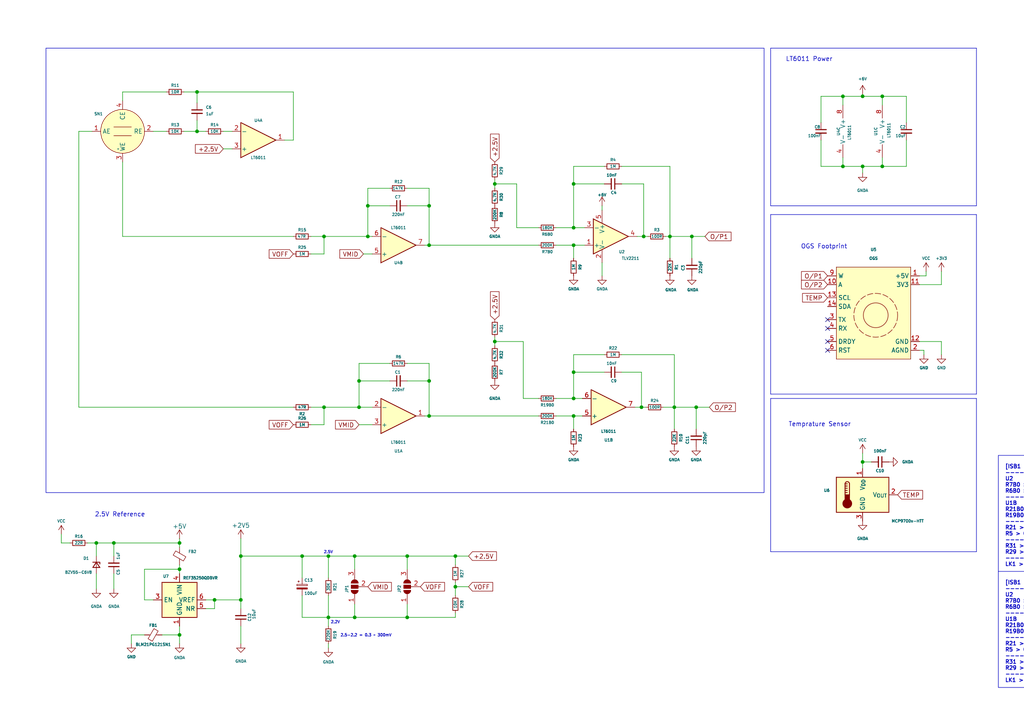
<source format=kicad_sch>
(kicad_sch (version 20250114) (generator "eeschema") (generator_version "9.0")
  (paper "A4")
  (title_block (title "OGS_Board") (date "2024-09-09") (rev "1") (company "Oizom Instruments Private Limited") (comment 1 "H2S / CO / SO2"))
  (lib_symbols
    (symbol "Amplifier_Operational:LM358" (pin_names (offset 0.127))
      (property "Reference" "U" (at 0 5.08 0))
      (property "Value" "LM358" (at 0 -5.08 0))
      (symbol "LM358_1_1"
        (polyline (pts (xy -5.08 5.08) (xy 5.08 0) (xy -5.08 -5.08) (xy -5.08 5.08)) (stroke (width 0.254)) (fill (type background)))
        (pin input line (at -7.62 2.54 0) (length 2.54) (name "+") (number "3"))
        (pin input line (at -7.62 -2.54 0) (length 2.54) (name "-") (number "2"))
        (pin output line (at 7.62 0 180) (length 2.54) (name "~") (number "1"))
      )
      (symbol "LM358_2_1"
        (polyline (pts (xy -5.08 5.08) (xy 5.08 0) (xy -5.08 -5.08) (xy -5.08 5.08)) (stroke (width 0.254)) (fill (type background)))
        (pin input line (at -7.62 2.54 0) (length 2.54) (name "+") (number "5"))
        (pin input line (at -7.62 -2.54 0) (length 2.54) (name "-") (number "6"))
        (pin output line (at 7.62 0 180) (length 2.54) (name "~") (number "7"))
      )
      (symbol "LM358_3_1"
        (pin power_in line (at -2.54 7.62 270) (length 3.81) (name "V+") (number "8"))
        (pin power_in line (at -2.54 -7.62 90) (length 3.81) (name "V-") (number "4"))
      )
    )
    (symbol "Device:C_Polarized_Small" (pin_numbers (hide yes)) (pin_names (offset 0.254) (hide yes))
      (property "Reference" "C" (at 0.254 1.778 0))
      (property "Value" "C_Polarized_Small" (at 0.254 -2.032 0))
      (symbol "C_Polarized_Small_0_1"
        (rectangle (start -1.524 0.6858) (end 1.524 0.3048))
        (rectangle (start -1.524 -0.3048) (end 1.524 -0.6858) (fill (type outline)))
        (polyline (pts (xy -1.27 1.524) (xy -0.762 1.524)))
        (polyline (pts (xy -1.016 1.27) (xy -1.016 1.778)))
      )
      (symbol "C_Polarized_Small_1_1"
        (pin passive line (at 0 2.54 270) (length 1.8542) (name "~") (number "1"))
        (pin passive line (at 0 -2.54 90) (length 1.8542) (name "~") (number "2"))
      )
    )
    (symbol "Device:C_Small" (pin_numbers (hide yes)) (pin_names (offset 0.254) (hide yes))
      (property "Reference" "C" (at 0.254 1.778 0))
      (property "Value" "C_Small" (at 0.254 -2.032 0))
      (symbol "C_Small_0_1"
        (polyline (pts (xy -1.524 0.508) (xy 1.524 0.508)) (stroke (width 0.3048)))
        (polyline (pts (xy -1.524 -0.508) (xy 1.524 -0.508)) (stroke (width 0.3302)))
      )
      (symbol "C_Small_1_1"
        (pin passive line (at 0 2.54 270) (length 2.032) (name "~") (number "1"))
        (pin passive line (at 0 -2.54 90) (length 2.032) (name "~") (number "2"))
      )
    )
    (symbol "Device:D_Zener_Small" (pin_numbers (hide yes)) (pin_names (offset 0.254) (hide yes))
      (property "Reference" "D" (at 0 2.286 0))
      (property "Value" "D_Zener_Small" (at 0 -2.286 0))
      (symbol "D_Zener_Small_0_1"
        (polyline (pts (xy -0.254 1.016) (xy -0.762 1.016) (xy -0.762 -1.016)) (stroke (width 0.254)))
        (polyline (pts (xy 0.762 1.016) (xy -0.762 0) (xy 0.762 -1.016) (xy 0.762 1.016)) (stroke (width 0.254)))
        (polyline (pts (xy 0.762 0) (xy -0.762 0)))
      )
      (symbol "D_Zener_Small_1_1"
        (pin passive line (at -2.54 0 0) (length 1.778) (name "K") (number "1"))
        (pin passive line (at 2.54 0 180) (length 1.778) (name "A") (number "2"))
      )
    )
    (symbol "Device:FerriteBead_Small" (pin_numbers (hide yes)) (pin_names (offset 0))
      (property "Reference" "FB" (at 1.905 1.27 0))
      (property "Value" "FerriteBead_Small" (at 1.905 -1.27 0))
      (symbol "FerriteBead_Small_0_1"
        (polyline (pts (xy -1.8288 0.2794) (xy -1.1176 1.4986) (xy 1.8288 -0.2032) (xy 1.1176 -1.4224) (xy -1.8288 0.2794)))
        (polyline (pts (xy 0 0.889) (xy 0 1.2954)))
        (polyline (pts (xy 0 -1.27) (xy 0 -0.7874)))
      )
      (symbol "FerriteBead_Small_1_1"
        (pin passive line (at 0 2.54 270) (length 1.27) (name "~") (number "1"))
        (pin passive line (at 0 -2.54 90) (length 1.27) (name "~") (number "2"))
      )
    )
    (symbol "Device:R_Small" (pin_numbers (hide yes)) (pin_names (offset 0.254) (hide yes))
      (property "Reference" "R" (at 0.762 0.508 0))
      (property "Value" "R_Small" (at 0.762 -1.016 0))
      (symbol "R_Small_0_1"
        (rectangle (start -0.762 1.778) (end 0.762 -1.778) (stroke (width 0.2032)))
      )
      (symbol "R_Small_1_1"
        (pin passive line (at 0 2.54 270) (length 0.762) (name "~") (number "1"))
        (pin passive line (at 0 -2.54 90) (length 0.762) (name "~") (number "2"))
      )
    )
    (symbol "Jumper:SolderJumper_3_Open" (pin_names (offset 0) (hide yes)) (in_bom no)
      (property "Reference" "JP" (at -2.54 -2.54 0))
      (property "Value" "SolderJumper_3_Open" (at 0 2.794 0))
      (symbol "SolderJumper_3_Open_0_1"
        (polyline (pts (xy -2.54 0) (xy -2.032 0)))
        (polyline (pts (xy -1.016 1.016) (xy -1.016 -1.016)))
        (arc (start -1.016 -1.016) (mid -2.0276 0) (end -1.016 1.016))
        (arc (start -1.016 -1.016) (mid -2.0276 0) (end -1.016 1.016) (fill (type outline)))
        (rectangle (start -0.508 1.016) (end 0.508 -1.016) (fill (type outline)))
        (polyline (pts (xy 0 -1.27) (xy 0 -1.016)))
        (arc (start 1.016 1.016) (mid 2.0276 0) (end 1.016 -1.016))
        (arc (start 1.016 1.016) (mid 2.0276 0) (end 1.016 -1.016) (fill (type outline)))
        (polyline (pts (xy 1.016 1.016) (xy 1.016 -1.016)))
        (polyline (pts (xy 2.54 0) (xy 2.032 0)))
      )
      (symbol "SolderJumper_3_Open_1_1"
        (pin passive line (at -5.08 0 0) (length 2.54) (name "A") (number "1"))
        (pin passive line (at 0 -3.81 90) (length 2.54) (name "C") (number "2"))
        (pin passive line (at 5.08 0 180) (length 2.54) (name "B") (number "3"))
      )
    )
    (symbol "OGS_BASE_LIB:OGSB_PIN"
      (property "Reference" "U" (at -10.16 16.51 0))
      (property "Value" "OGS" (at 7.62 -12.7 0))
      (symbol "OGSB_PIN_1_1"
        (rectangle (start -11.43 15.24) (end 10.16 -11.43) (fill (type background)))
        (circle (center 0 1.27) (radius 3.5921))
        (circle (center 0 1.27) (radius 6.35) (stroke (width 0) (type dash)))
        (pin input line (at -13.97 12.7 0) (length 2.54) (name "W") (number "9"))
        (pin input line (at -13.97 10.16 0) (length 2.54) (name "A") (number "10"))
        (pin input line (at -13.97 6.35 0) (length 2.54) (name "SCL") (number "13"))
        (pin input line (at -13.97 3.81 0) (length 2.54) (name "SDA") (number "14"))
        (pin input line (at -13.97 0 0) (length 2.54) (name "TX") (number "3"))
        (pin input line (at -13.97 -2.54 0) (length 2.54) (name "RX") (number "4"))
        (pin input line (at -13.97 -6.35 0) (length 2.54) (name "DRDY") (number "5"))
        (pin input line (at -13.97 -8.89 0) (length 2.54) (name "RST") (number "6"))
        (pin input line (at 12.7 12.7 180) (length 2.54) (name "+5V") (number "1"))
        (pin input line (at 12.7 12.7 180) (length 2.54) (hide yes) (name "+5V") (number "7"))
        (pin input line (at 12.7 10.16 180) (length 2.54) (name "3V3") (number "11"))
        (pin input line (at 12.7 -6.35 180) (length 2.54) (name "GND") (number "12"))
        (pin input line (at 12.7 -8.89 180) (length 2.54) (name "AGND") (number "2"))
        (pin input line (at 12.7 -8.89 180) (length 2.54) (hide yes) (name "GND") (number "8"))
      )
    )
    (symbol "OIZOM_GAS_SESNOR:Alphasense-B4"
      (property "Reference" "SN1" (at -7.62 -6.985 0))
      (property "Value" "~" (at -1.27 -5.08 0))
      (symbol "Alphasense-B4_0_1"
        (polyline (pts (xy -2.54 1.27) (xy 2.54 1.27)))
        (polyline (pts (xy -2.54 -1.27) (xy 2.54 -1.27)))
      )
      (symbol "Alphasense-B4_1_1"
        (circle (center 0 0) (radius 6.35) (fill (type background)))
        (pin output line (at -8.89 0 0) (length 2.54) (name "AE") (number "1"))
        (pin input line (at 0 8.89 270) (length 2.54) (name "CE") (number "4"))
        (pin output line (at 0 -8.89 90) (length 2.54) (name "WE") (number "3"))
        (pin input line (at 8.89 0 180) (length 2.54) (name "RE") (number "2"))
      )
    )
    (symbol "Operational-Amplifiers:TLV2211" (pin_names (offset 0.127))
      (property "Reference" "U2" (at 5.08 6.35 0))
      (property "Value" "TLV2211" (at 5.08 4.445 0))
      (symbol "TLV2211_0_1"
        (polyline (pts (xy -5.08 5.08) (xy 5.08 0) (xy -5.08 -5.08) (xy -5.08 5.08)) (stroke (width 0.254)) (fill (type background)))
        (pin power_in line (at -2.54 7.62 270) (length 3.81) (name "V+") (number "5"))
        (pin power_in line (at -2.54 -7.62 90) (length 3.81) (name "V-") (number "2"))
      )
      (symbol "TLV2211_1_1"
        (pin input line (at -7.62 2.54 0) (length 2.54) (name "-") (number "3"))
        (pin input line (at -7.62 -2.54 0) (length 2.54) (name "+") (number "1"))
        (pin output line (at 7.62 0 180) (length 2.54) (name "~") (number "4"))
      )
    )
    (symbol "Reference_Voltage:REF35250QDBVR"
      (property "Reference" "U" (at 3.81 6.35 0))
      (property "Value" "REF35250QDBVR" (at 8.636 -6.35 0))
      (symbol "REF35250QDBVR_1_1"
        (rectangle (start -5.08 5.08) (end 5.08 -5.08) (stroke (width 0.254)) (fill (type background)))
        (pin input line (at -7.62 0 0) (length 2.54) (name "EN") (number "3"))
        (pin power_in line (at 0 7.62 270) (length 2.54) (name "VIN") (number "4"))
        (pin power_in line (at 0 -7.62 90) (length 2.54) (name "GND") (number "1"))
        (pin passive line (at 0 -7.62 90) (length 2.54) (hide yes) (name "GND") (number "2"))
        (pin power_out line (at 7.62 0 180) (length 2.54) (name "VREF") (number "6"))
        (pin output line (at 7.62 -2.54 180) (length 2.54) (name "NR") (number "5"))
      )
    )
    (symbol "Sensor_Temperature:MCP9700x-HTT"
      (property "Reference" "U" (at -6.35 6.35 0))
      (property "Value" "MCP9700x-HTT" (at 1.27 6.35 0))
      (symbol "MCP9700x-HTT_0_1"
        (rectangle (start -7.62 5.08) (end 7.62 -5.08) (stroke (width 0.254)) (fill (type background)))
        (polyline (pts (xy -5.08 3.175) (xy -5.08 0)) (stroke (width 0.254)))
        (polyline (pts (xy -5.08 3.175) (xy -4.445 3.175)) (stroke (width 0.254)))
        (polyline (pts (xy -5.08 2.54) (xy -4.445 2.54)) (stroke (width 0.254)))
        (polyline (pts (xy -5.08 1.905) (xy -4.445 1.905)) (stroke (width 0.254)))
        (polyline (pts (xy -5.08 1.27) (xy -4.445 1.27)) (stroke (width 0.254)))
        (polyline (pts (xy -5.08 0.635) (xy -4.445 0.635)) (stroke (width 0.254)))
        (arc (start -5.08 3.175) (mid -4.445 3.8073) (end -3.81 3.175) (stroke (width 0.254)))
        (circle (center -4.445 -2.54) (radius 1.27) (stroke (width 0.254)) (fill (type outline)))
        (polyline (pts (xy -3.81 3.175) (xy -3.81 0)) (stroke (width 0.254)))
        (rectangle (start -3.81 -1.905) (end -5.08 0) (stroke (width 0.254)) (fill (type outline)))
      )
      (symbol "MCP9700x-HTT_1_1"
        (pin power_in line (at 0 7.62 270) (length 2.54) (name "V_{DD}") (number "1"))
        (pin power_in line (at 0 -7.62 90) (length 2.54) (name "GND") (number "3"))
        (pin output line (at 10.16 0 180) (length 2.54) (name "V_{OUT}") (number "2"))
      )
    )
    (symbol "power:+2V5" (power) (pin_numbers (hide yes)) (pin_names (offset 0) (hide yes))
      (property "Value" "+2V5" (at 0 3.556 0))
      (symbol "+2V5_0_1"
        (polyline (pts (xy -0.762 1.27) (xy 0 2.54)))
        (polyline (pts (xy 0 2.54) (xy 0.762 1.27)))
        (polyline (pts (xy 0 0) (xy 0 2.54)))
      )
      (symbol "+2V5_1_1"
        (pin power_in line (at 0 0 90) (length 0) (name "~") (number "1"))
      )
    )
    (symbol "power:+3V3" (power) (pin_names (offset 0))
      (property "Value" "+3V3" (at 0 3.556 0))
      (symbol "+3V3_0_1"
        (polyline (pts (xy -0.762 1.27) (xy 0 2.54)))
        (polyline (pts (xy 0 2.54) (xy 0.762 1.27)))
        (polyline (pts (xy 0 0) (xy 0 2.54)))
      )
      (symbol "+3V3_1_1"
        (pin power_in line (at 0 0 90) (length 0) (hide yes) (name "+3V3") (number "1"))
      )
    )
    (symbol "power:+5V" (power) (pin_numbers (hide yes)) (pin_names (offset 0) (hide yes))
      (property "Value" "+5V" (at 0 3.556 0))
      (symbol "+5V_0_1"
        (polyline (pts (xy -0.762 1.27) (xy 0 2.54)))
        (polyline (pts (xy 0 2.54) (xy 0.762 1.27)))
        (polyline (pts (xy 0 0) (xy 0 2.54)))
      )
      (symbol "+5V_1_1"
        (pin power_in line (at 0 0 90) (length 0) (name "~") (number "1"))
      )
    )
    (symbol "power:+6V" (power) (pin_names (offset 0))
      (property "Value" "+6V" (at 0 3.556 0))
      (symbol "+6V_0_1"
        (polyline (pts (xy -0.762 1.27) (xy 0 2.54)))
        (polyline (pts (xy 0 2.54) (xy 0.762 1.27)))
        (polyline (pts (xy 0 0) (xy 0 2.54)))
      )
      (symbol "+6V_1_1"
        (pin power_in line (at 0 0 90) (length 0) (hide yes) (name "+6V") (number "1"))
      )
    )
    (symbol "power:GND" (power) (pin_names (offset 0))
      (property "Value" "GND" (at 0 -3.81 0))
      (symbol "GND_0_1"
        (polyline (pts (xy 0 0) (xy 0 -1.27) (xy 1.27 -1.27) (xy 0 -2.54) (xy -1.27 -1.27) (xy 0 -1.27)))
      )
      (symbol "GND_1_1"
        (pin power_in line (at 0 0 270) (length 0) (hide yes) (name "GND") (number "1"))
      )
    )
    (symbol "power:GNDA" (power) (pin_names (offset 0))
      (property "Value" "GNDA" (at 0 -3.81 0))
      (symbol "GNDA_0_1"
        (polyline (pts (xy 0 0) (xy 0 -1.27) (xy 1.27 -1.27) (xy 0 -2.54) (xy -1.27 -1.27) (xy 0 -1.27)))
      )
      (symbol "GNDA_1_1"
        (pin power_in line (at 0 0 270) (length 0) (hide yes) (name "GNDA") (number "1"))
      )
    )
    (symbol "power:VCC" (power) (pin_names (offset 0))
      (property "Value" "VCC" (at 0 3.81 0))
      (symbol "VCC_0_1"
        (polyline (pts (xy -0.762 1.27) (xy 0 2.54)))
        (polyline (pts (xy 0 2.54) (xy 0.762 1.27)))
        (polyline (pts (xy 0 0) (xy 0 2.54)))
      )
      (symbol "VCC_1_1"
        (pin power_in line (at 0 0 90) (length 0) (hide yes) (name "VCC") (number "1"))
      )
    )
  )
  (rectangle (start 289.56 132.08) (end 348.615 199.39))
  (rectangle (start 13.335 13.97) (end 221.615 142.875))
  (text "OGS Footprint" (at 239.014 71.628 0) (effects (font (size 1.27 1.27))))
  (text "Temprature Sensor" (at 237.744 123.19 0) (effects (font (size 1.27 1.27))))
  (text "[ISB2 | A2]\n----------\nU2\nR7A0 > 150K\nR6A0 > 200K\n----------\nU1B\nR21A0 > 150K\nR19A0 > 200K\n----------\nR21 > 30K\nR5 > 0R\n----------\nR31 > 1.5K\nR29 > 1.5K\n----------\nLK1 > A | LK2 > A" (at 322.58 163.83 0) (effects (font (size 1.1 1.1) (thickness 0.22) (bold yes)) (justify left bottom)))
  (text "LT6011 Power" (at 234.696 17.272 0) (effects (font (size 1.27 1.27))))
  (text "2.5V" (at 95.25 160.274 0) (effects (font (size 0.8 0.8))))
  (text "[ISB1 | A1]\n-----------\nSO2 | H2S | CO" (at 333.375 180.975 0) (effects (font (size 2 2) (thickness 0.25))))
  (text "2.2V" (at 97.282 180.594 0) (effects (font (size 0.8 0.8))))
  (text "2.5V Reference" (at 34.798 149.352 0) (effects (font (size 1.27 1.27))))
  (text "2.5-2.2 = 0.3 ~ 300mV" (at 106.172 184.404 0) (effects (font (size 0.8 0.8))))
  (text "[ISB1 | A1]\n----------\nU2\nR7B0 > 200K\nR6B0 > 180K\n----------\nU1B\nR21B0 > 200K\nR19B0 > 180K\n----------\nR21 > 30K\nR5 > 0R\n----------\nR31 > 4.7K\nR29 > 4.7K\n----------\nLK1 > A | LK2 > A" (at 291.465 164.465 0) (effects (font (size 1.1 1.1) (thickness 0.22) (bold yes)) (justify left bottom)))
  (text "[ISB1 | A1]\n----------\nU2\nR7B0 > 200K\nR6B0 > 180K\n----------\nU1B\nR21B0 > 200K\nR19B0 > 180K\n----------\nR21 > 33K\nR5 > 0R\n----------\nR31 > 4.7K\nR29 > 4.7K\n----------\nLK1 > A | LK2 > B" (at 291.465 198.12 0) (effects (font (size 1.1 1.1) (thickness 0.22) (bold yes)) (justify left bottom)))
  (junction (at 69.85 161.29))
  (junction (at 102.87 161.29))
  (junction (at 57.15 38.1))
  (junction (at 143.51 53.34))
  (junction (at 118.11 161.29))
  (junction (at 52.07 184.15))
  (junction (at 124.46 120.65))
  (junction (at 194.31 68.58))
  (junction (at 166.37 115.57))
  (junction (at 124.46 59.69))
  (junction (at 27.94 157.48))
  (junction (at 106.68 59.69))
  (junction (at 69.85 173.99))
  (junction (at 143.51 99.06))
  (junction (at 93.98 68.58))
  (junction (at 186.69 68.58))
  (junction (at 201.93 118.11))
  (junction (at 87.63 161.29))
  (junction (at 104.14 110.49))
  (junction (at 124.46 71.12))
  (junction (at 132.08 161.29))
  (junction (at 102.87 179.07))
  (junction (at 118.11 179.07))
  (junction (at 52.07 165.1))
  (junction (at 95.25 161.29))
  (junction (at 166.37 120.65))
  (junction (at 57.15 26.67))
  (junction (at 33.02 157.48))
  (junction (at 104.14 118.11))
  (junction (at 166.37 53.34))
  (junction (at 95.25 179.07))
  (junction (at 255.905 48.26))
  (junction (at 195.58 118.11))
  (junction (at 244.475 27.94))
  (junction (at 255.905 27.94))
  (junction (at 132.08 170.18))
  (junction (at 250.19 133.985))
  (junction (at 166.37 66.04))
  (junction (at 93.98 118.11))
  (junction (at 166.37 107.95))
  (junction (at 124.46 110.49))
  (junction (at 200.66 68.58))
  (junction (at 186.055 118.11))
  (junction (at 52.07 157.48))
  (junction (at 250.19 48.26))
  (junction (at 106.68 68.58))
  (junction (at 250.19 27.94))
  (junction (at 244.475 48.26))
  (junction (at 62.23 173.99))
  (junction (at 166.37 71.12))
  (no_connect (at 240.03 95.25))
  (no_connect (at 240.03 92.71))
  (no_connect (at 240.03 101.6))
  (no_connect (at 240.03 99.06))
  (wire (pts (xy 262.89 35.56) (xy 262.89 27.94)))
  (wire (pts (xy 57.15 26.67) (xy 85.09 26.67)))
  (wire (pts (xy 35.56 26.67) (xy 35.56 29.21)))
  (wire (pts (xy 180.34 102.87) (xy 195.58 102.87)))
  (wire (pts (xy 166.37 120.65) (xy 168.91 120.65)))
  (wire (pts (xy 143.51 53.34) (xy 143.51 54.61)))
  (wire (pts (xy 64.77 43.18) (xy 67.31 43.18)))
  (wire (pts (xy 161.29 115.57) (xy 166.37 115.57)))
  (wire (pts (xy 186.055 107.95) (xy 186.055 118.11)))
  (wire (pts (xy 69.85 161.29) (xy 87.63 161.29)))
  (polyline (pts (xy 283.21 13.97) (xy 283.21 59.69)))
  (wire (pts (xy 52.07 163.83) (xy 52.07 165.1)))
  (wire (pts (xy 268.605 80.01) (xy 266.7 80.01)))
  (wire (pts (xy 53.34 26.67) (xy 57.15 26.67)))
  (wire (pts (xy 238.125 40.64) (xy 238.125 48.26)))
  (wire (pts (xy 41.91 184.15) (xy 38.1 184.15)))
  (wire (pts (xy 118.11 161.29) (xy 118.11 165.1)))
  (polyline (pts (xy 223.52 13.97) (xy 283.21 13.97)))
  (wire (pts (xy 132.08 170.18) (xy 135.89 170.18)))
  (polyline (pts (xy 223.52 13.97) (xy 223.52 59.69)))
  (polyline (pts (xy 283.21 114.3) (xy 223.52 114.3)))
  (wire (pts (xy 174.625 59.69) (xy 174.625 60.96)))
  (polyline (pts (xy 223.52 115.57) (xy 223.52 160.02)))
  (wire (pts (xy 262.89 27.94) (xy 255.905 27.94)))
  (wire (pts (xy 195.58 118.11) (xy 195.58 124.46)))
  (wire (pts (xy 27.94 157.48) (xy 27.94 161.29)))
  (wire (pts (xy 250.19 131.445) (xy 250.19 133.985)))
  (wire (pts (xy 17.78 157.48) (xy 20.32 157.48)))
  (wire (pts (xy 118.11 59.69) (xy 124.46 59.69)))
  (wire (pts (xy 255.905 30.48) (xy 255.905 27.94)))
  (wire (pts (xy 268.605 78.74) (xy 268.605 80.01)))
  (wire (pts (xy 64.77 38.1) (xy 67.31 38.1)))
  (wire (pts (xy 166.37 71.12) (xy 169.545 71.12)))
  (wire (pts (xy 85.09 118.11) (xy 22.86 118.11)))
  (wire (pts (xy 93.98 118.11) (xy 104.14 118.11)))
  (wire (pts (xy 201.93 118.11) (xy 205.74 118.11)))
  (wire (pts (xy 194.31 68.58) (xy 193.04 68.58)))
  (wire (pts (xy 44.45 38.1) (xy 48.26 38.1)))
  (wire (pts (xy 95.25 167.64) (xy 95.25 161.29)))
  (polyline (pts (xy 318.135 132.08) (xy 318.135 199.39)))
  (wire (pts (xy 104.14 110.49) (xy 104.14 118.11)))
  (wire (pts (xy 90.17 118.11) (xy 93.98 118.11)))
  (wire (pts (xy 33.02 157.48) (xy 33.02 161.29)))
  (wire (pts (xy 238.125 27.94) (xy 244.475 27.94)))
  (wire (pts (xy 118.11 110.49) (xy 124.46 110.49)))
  (polyline (pts (xy 223.52 62.23) (xy 223.52 114.3)))
  (wire (pts (xy 255.905 48.26) (xy 255.905 45.72)))
  (wire (pts (xy 124.46 71.12) (xy 156.21 71.12)))
  (wire (pts (xy 175.26 48.26) (xy 166.37 48.26)))
  (wire (pts (xy 93.98 68.58) (xy 106.68 68.58)))
  (wire (pts (xy 143.51 99.06) (xy 143.51 100.33)))
  (wire (pts (xy 95.25 179.07) (xy 95.25 181.61)))
  (wire (pts (xy 52.07 165.1) (xy 52.07 166.37)))
  (wire (pts (xy 90.17 123.19) (xy 93.98 123.19)))
  (wire (pts (xy 87.63 172.72) (xy 87.63 179.07)))
  (wire (pts (xy 113.03 105.41) (xy 104.14 105.41)))
  (wire (pts (xy 104.14 118.11) (xy 107.95 118.11)))
  (polyline (pts (xy 283.21 62.23) (xy 283.21 114.3)))
  (wire (pts (xy 166.37 71.12) (xy 166.37 74.93)))
  (wire (pts (xy 27.94 166.37) (xy 27.94 170.815)))
  (wire (pts (xy 93.98 73.66) (xy 93.98 68.58)))
  (wire (pts (xy 22.86 118.11) (xy 22.86 38.1)))
  (wire (pts (xy 57.15 34.925) (xy 57.15 38.1)))
  (wire (pts (xy 244.475 48.26) (xy 238.125 48.26)))
  (wire (pts (xy 161.29 66.04) (xy 166.37 66.04)))
  (wire (pts (xy 195.58 118.11) (xy 192.405 118.11)))
  (wire (pts (xy 266.7 101.6) (xy 267.97 101.6)))
  (wire (pts (xy 250.19 27.305) (xy 250.19 27.94)))
  (wire (pts (xy 102.87 175.26) (xy 102.87 179.07)))
  (wire (pts (xy 118.11 175.26) (xy 118.11 179.07)))
  (wire (pts (xy 195.58 102.87) (xy 195.58 118.11)))
  (wire (pts (xy 201.93 124.46) (xy 201.93 118.11)))
  (wire (pts (xy 124.46 105.41) (xy 124.46 110.49)))
  (wire (pts (xy 82.55 40.64) (xy 85.09 40.64)))
  (wire (pts (xy 124.46 110.49) (xy 124.46 120.65)))
  (wire (pts (xy 33.02 157.48) (xy 52.07 157.48)))
  (wire (pts (xy 35.56 26.67) (xy 48.26 26.67)))
  (wire (pts (xy 166.37 107.95) (xy 166.37 115.57)))
  (wire (pts (xy 273.05 82.55) (xy 266.7 82.55)))
  (wire (pts (xy 143.51 99.06) (xy 151.765 99.06)))
  (wire (pts (xy 95.25 186.69) (xy 95.25 187.96)))
  (wire (pts (xy 69.85 181.61) (xy 69.85 186.69)))
  (wire (pts (xy 118.11 105.41) (xy 124.46 105.41)))
  (wire (pts (xy 151.765 115.57) (xy 156.21 115.57)))
  (polyline (pts (xy 223.52 115.57) (xy 283.21 115.57)))
  (wire (pts (xy 250.19 27.94) (xy 255.905 27.94)))
  (polyline (pts (xy 283.21 160.02) (xy 223.52 160.02)))
  (wire (pts (xy 195.58 118.11) (xy 201.93 118.11)))
  (wire (pts (xy 90.17 73.66) (xy 93.98 73.66)))
  (wire (pts (xy 62.23 173.99) (xy 69.85 173.99)))
  (wire (pts (xy 33.02 166.37) (xy 33.02 170.815)))
  (wire (pts (xy 104.14 123.19) (xy 107.95 123.19)))
  (wire (pts (xy 95.25 161.29) (xy 87.63 161.29)))
  (wire (pts (xy 273.05 78.74) (xy 273.05 82.55)))
  (wire (pts (xy 166.37 66.04) (xy 169.545 66.04)))
  (wire (pts (xy 267.97 101.6) (xy 267.97 102.87)))
  (wire (pts (xy 180.34 53.34) (xy 186.69 53.34)))
  (wire (pts (xy 118.11 54.61) (xy 124.46 54.61)))
  (wire (pts (xy 105.41 73.66) (xy 107.95 73.66)))
  (wire (pts (xy 69.85 161.29) (xy 69.85 173.99)))
  (wire (pts (xy 184.15 118.11) (xy 186.055 118.11)))
  (wire (pts (xy 53.34 38.1) (xy 57.15 38.1)))
  (wire (pts (xy 143.51 53.34) (xy 149.86 53.34)))
  (wire (pts (xy 250.19 48.26) (xy 250.19 50.165)))
  (wire (pts (xy 106.68 59.69) (xy 113.03 59.69)))
  (wire (pts (xy 113.03 54.61) (xy 106.68 54.61)))
  (wire (pts (xy 44.45 173.99) (xy 41.91 173.99)))
  (wire (pts (xy 161.29 71.12) (xy 166.37 71.12)))
  (wire (pts (xy 62.23 173.99) (xy 59.69 173.99)))
  (wire (pts (xy 124.46 59.69) (xy 124.46 71.12)))
  (wire (pts (xy 102.87 161.29) (xy 102.87 165.1)))
  (wire (pts (xy 123.19 120.65) (xy 124.46 120.65)))
  (wire (pts (xy 273.05 102.87) (xy 273.05 99.06)))
  (wire (pts (xy 149.86 66.04) (xy 156.21 66.04)))
  (wire (pts (xy 194.31 68.58) (xy 194.31 74.93)))
  (wire (pts (xy 174.625 76.2) (xy 174.625 80.01)))
  (wire (pts (xy 124.46 54.61) (xy 124.46 59.69)))
  (wire (pts (xy 166.37 107.95) (xy 175.26 107.95)))
  (wire (pts (xy 166.37 102.87) (xy 166.37 107.95)))
  (wire (pts (xy 93.98 123.19) (xy 93.98 118.11)))
  (wire (pts (xy 57.15 38.1) (xy 59.69 38.1)))
  (wire (pts (xy 132.08 170.18) (xy 132.08 172.72)))
  (wire (pts (xy 46.99 184.15) (xy 52.07 184.15)))
  (wire (pts (xy 104.14 105.41) (xy 104.14 110.49)))
  (wire (pts (xy 69.85 173.99) (xy 69.85 176.53)))
  (wire (pts (xy 132.08 168.91) (xy 132.08 170.18)))
  (wire (pts (xy 132.08 163.83) (xy 132.08 161.29)))
  (wire (pts (xy 184.785 68.58) (xy 186.69 68.58)))
  (wire (pts (xy 262.89 48.26) (xy 255.905 48.26)))
  (wire (pts (xy 175.26 102.87) (xy 166.37 102.87)))
  (wire (pts (xy 250.19 133.985) (xy 250.19 135.89)))
  (wire (pts (xy 166.37 120.65) (xy 166.37 124.46)))
  (wire (pts (xy 266.7 99.06) (xy 273.05 99.06)))
  (wire (pts (xy 244.475 45.72) (xy 244.475 48.26)))
  (wire (pts (xy 85.09 68.58) (xy 35.56 68.58)))
  (wire (pts (xy 52.07 157.48) (xy 52.07 158.75)))
  (wire (pts (xy 52.07 184.15) (xy 52.07 186.69)))
  (wire (pts (xy 17.78 154.94) (xy 17.78 157.48)))
  (wire (pts (xy 69.85 156.21) (xy 69.85 161.29)))
  (wire (pts (xy 149.86 53.34) (xy 149.86 66.04)))
  (wire (pts (xy 143.51 97.79) (xy 143.51 99.06)))
  (wire (pts (xy 104.14 110.49) (xy 113.03 110.49)))
  (wire (pts (xy 132.08 177.8) (xy 132.08 179.07)))
  (polyline (pts (xy 283.21 115.57) (xy 283.21 160.02)))
  (wire (pts (xy 27.94 157.48) (xy 33.02 157.48)))
  (wire (pts (xy 62.23 176.53) (xy 62.23 173.99)))
  (wire (pts (xy 262.89 40.64) (xy 262.89 48.26)))
  (wire (pts (xy 95.25 172.72) (xy 95.25 179.07)))
  (wire (pts (xy 244.475 27.94) (xy 250.19 27.94)))
  (wire (pts (xy 186.055 118.11) (xy 187.325 118.11)))
  (wire (pts (xy 106.68 59.69) (xy 106.68 68.58)))
  (wire (pts (xy 90.17 68.58) (xy 93.98 68.58)))
  (polyline (pts (xy 283.21 59.69) (xy 223.52 59.69)))
  (wire (pts (xy 87.63 179.07) (xy 95.25 179.07)))
  (wire (pts (xy 166.37 53.34) (xy 175.26 53.34)))
  (wire (pts (xy 102.87 179.07) (xy 118.11 179.07)))
  (wire (pts (xy 132.08 161.29) (xy 135.89 161.29)))
  (wire (pts (xy 244.475 48.26) (xy 250.19 48.26)))
  (wire (pts (xy 87.63 167.64) (xy 87.63 161.29)))
  (wire (pts (xy 118.11 179.07) (xy 132.08 179.07)))
  (wire (pts (xy 52.07 156.21) (xy 52.07 157.48)))
  (polyline (pts (xy 223.52 62.23) (xy 283.21 62.23)))
  (wire (pts (xy 151.765 99.06) (xy 151.765 115.57)))
  (wire (pts (xy 180.34 48.26) (xy 194.31 48.26)))
  (wire (pts (xy 123.19 71.12) (xy 124.46 71.12)))
  (wire (pts (xy 161.29 120.65) (xy 166.37 120.65)))
  (wire (pts (xy 166.37 48.26) (xy 166.37 53.34)))
  (wire (pts (xy 95.25 179.07) (xy 102.87 179.07)))
  (wire (pts (xy 124.46 120.65) (xy 156.21 120.65)))
  (polyline (pts (xy 289.56 165.735) (xy 348.615 165.735)))
  (wire (pts (xy 118.11 161.29) (xy 132.08 161.29)))
  (wire (pts (xy 238.125 27.94) (xy 238.125 35.56)))
  (wire (pts (xy 102.87 161.29) (xy 118.11 161.29)))
  (wire (pts (xy 186.69 68.58) (xy 187.96 68.58)))
  (wire (pts (xy 52.07 181.61) (xy 52.07 184.15)))
  (wire (pts (xy 22.86 38.1) (xy 26.67 38.1)))
  (wire (pts (xy 57.15 26.67) (xy 57.15 29.845)))
  (wire (pts (xy 38.1 184.15) (xy 38.1 186.69)))
  (wire (pts (xy 200.66 68.58) (xy 204.47 68.58)))
  (wire (pts (xy 25.4 157.48) (xy 27.94 157.48)))
  (wire (pts (xy 200.66 74.93) (xy 200.66 68.58)))
  (wire (pts (xy 166.37 53.34) (xy 166.37 66.04)))
  (wire (pts (xy 186.69 53.34) (xy 186.69 68.58)))
  (wire (pts (xy 106.68 54.61) (xy 106.68 59.69)))
  (wire (pts (xy 194.31 48.26) (xy 194.31 68.58)))
  (wire (pts (xy 106.68 68.58) (xy 107.95 68.58)))
  (wire (pts (xy 41.91 173.99) (xy 41.91 165.1)))
  (wire (pts (xy 180.34 107.95) (xy 186.055 107.95)))
  (wire (pts (xy 166.37 115.57) (xy 168.91 115.57)))
  (wire (pts (xy 41.91 165.1) (xy 52.07 165.1)))
  (wire (pts (xy 35.56 68.58) (xy 35.56 46.99)))
  (wire (pts (xy 59.69 176.53) (xy 62.23 176.53)))
  (wire (pts (xy 85.09 40.64) (xy 85.09 26.67)))
  (wire (pts (xy 194.31 68.58) (xy 200.66 68.58)))
  (wire (pts (xy 244.475 27.94) (xy 244.475 30.48)))
  (wire (pts (xy 95.25 161.29) (xy 102.87 161.29)))
  (wire (pts (xy 143.51 52.07) (xy 143.51 53.34)))
  (wire (pts (xy 250.19 133.985) (xy 252.73 133.985)))
  (wire (pts (xy 250.19 48.26) (xy 255.905 48.26)))
  (global_label "TEMP" (shape input) (at 260.35 143.51 0) (property "Intersheetrefs" "${INTERSHEET_REFS}" (effects (hide yes))))
  (global_label "VMID" (shape input) (at 104.14 123.19 180) (property "Intersheetrefs" "${INTERSHEET_REFS}" (effects (hide yes))))
  (global_label "+2.5V" (shape input) (at 143.51 92.71 90) (property "Intersheetrefs" "${INTERSHEET_REFS}" (effects (hide yes))))
  (global_label "VOFF" (shape input) (at 85.09 123.19 180) (property "Intersheetrefs" "${INTERSHEET_REFS}" (effects (hide yes))))
  (global_label "VMID" (shape input) (at 106.68 170.18 0) (property "Intersheetrefs" "${INTERSHEET_REFS}" (effects (hide yes))))
  (global_label "O{slash}P2" (shape input) (at 240.03 82.55 180) (property "Intersheetrefs" "${INTERSHEET_REFS}" (effects (hide yes))))
  (global_label "+2.5V" (shape input) (at 135.89 161.29 0) (property "Intersheetrefs" "${INTERSHEET_REFS}" (effects (hide yes))))
  (global_label "O{slash}P1" (shape input) (at 240.03 80.01 180) (property "Intersheetrefs" "${INTERSHEET_REFS}" (effects (hide yes))))
  (global_label "O{slash}P2" (shape input) (at 205.74 118.11 0) (property "Intersheetrefs" "${INTERSHEET_REFS}" (effects (hide yes))))
  (global_label "O{slash}P1" (shape input) (at 204.47 68.58 0) (property "Intersheetrefs" "${INTERSHEET_REFS}" (effects (hide yes))))
  (global_label "VOFF" (shape input) (at 121.92 170.18 0) (property "Intersheetrefs" "${INTERSHEET_REFS}" (effects (hide yes))))
  (global_label "+2.5V" (shape input) (at 64.77 43.18 180) (property "Intersheetrefs" "${INTERSHEET_REFS}" (effects (hide yes))))
  (global_label "VMID" (shape input) (at 105.41 73.66 180) (property "Intersheetrefs" "${INTERSHEET_REFS}" (effects (hide yes))))
  (global_label "VOFF" (shape input) (at 85.09 73.66 180) (property "Intersheetrefs" "${INTERSHEET_REFS}" (effects (hide yes))))
  (global_label "+2.5V" (shape input) (at 143.51 46.99 90) (property "Intersheetrefs" "${INTERSHEET_REFS}" (effects (hide yes))))
  (global_label "TEMP" (shape input) (at 240.03 86.36 180) (property "Intersheetrefs" "${INTERSHEET_REFS}" (effects (hide yes))))
  (global_label "VOFF" (shape input) (at 135.89 170.18 0) (property "Intersheetrefs" "${INTERSHEET_REFS}" (effects (hide yes))))
  (symbol (lib_id "power:GNDA") (at 166.37 129.54 0) (unit 1)
    (property "Reference" "#PWR04" (effects (hide yes)))
    (property "Value" "GNDA" (at 166.37 133.35 0) (effects (font (size 0.8 0.8))))
  )
  (symbol (lib_id "Device:C_Small") (at 238.125 38.1 0) (unit 1)
    (property "Reference" "C8" (at 236.22 36.83 0) (effects (font (size 0.8 0.8)) (justify left)))
    (property "Value" "100nF" (at 234.315 39.37 0) (effects (font (size 0.8 0.8)) (justify left)))
    (property "Footprint" "Capacitor_SMD:C_0603_1608Metric" (effects (hide yes)))
  )
  (symbol (lib_id "Device:R_Small") (at 143.51 107.95 0) (unit 1)
    (property "Reference" "R7" (at 145.415 107.95 90) (effects (font (size 0.8 0.8))))
    (property "Value" "200K" (at 143.51 107.95 90) (effects (font (size 0.8 0.8))))
    (property "Footprint" "Resistor_SMD:R_0603_1608Metric" (effects (hide yes)))
  )
  (symbol (lib_id "Device:R_Small") (at 158.75 66.04 270) (unit 1)
    (property "Reference" "R6B0" (at 158.75 67.945 90) (effects (font (size 0.8 0.8))))
    (property "Value" "180K" (at 158.75 66.04 90) (effects (font (size 0.8 0.8))))
    (property "Footprint" "Resistor_SMD:R_0603_1608Metric" (effects (hide yes)))
  )
  (symbol (lib_id "power:GNDA") (at 257.81 133.985 90) (unit 1)
    (property "Reference" "#PWR025" (effects (hide yes)))
    (property "Value" "GNDA" (at 261.62 133.9849 90) (effects (font (size 0.8 0.8)) (justify right)))
  )
  (symbol (lib_id "power:GNDA") (at 166.37 80.01 0) (unit 1)
    (property "Reference" "#PWR08" (effects (hide yes)))
    (property "Value" "GNDA" (at 166.37 83.82 0) (effects (font (size 0.8 0.8))))
  )
  (symbol (lib_id "Device:R_Small") (at 166.37 127 0) (unit 1)
    (property "Reference" "R23" (at 168.275 127 90) (effects (font (size 0.8 0.8))))
    (property "Value" "1M" (at 166.37 127 90) (effects (font (size 0.8 0.8))))
    (property "Footprint" "Resistor_SMD:R_0603_1608Metric" (effects (hide yes)))
  )
  (symbol (lib_id "Device:R_Small") (at 194.31 77.47 0) (unit 1)
    (property "Reference" "R1" (at 196.215 77.47 90) (effects (font (size 0.8 0.8))))
    (property "Value" "22K" (at 194.31 77.47 90) (effects (font (size 0.8 0.8))))
    (property "Footprint" "Resistor_SMD:R_0603_1608Metric" (effects (hide yes)))
  )
  (symbol (lib_id "Device:R_Small") (at 143.51 49.53 0) (unit 1)
    (property "Reference" "R29" (at 145.415 49.53 90) (effects (font (size 0.8 0.8))))
    (property "Value" "4.7K" (at 143.51 49.53 90) (effects (font (size 0.8 0.8))))
    (property "Footprint" "Resistor_SMD:R_0603_1608Metric" (effects (hide yes)))
  )
  (symbol (lib_id "Device:R_Small") (at 22.86 157.48 90) (unit 1)
    (property "Reference" "R16" (at 22.86 155.575 90) (effects (font (size 0.8 0.8))))
    (property "Value" "22R" (at 22.86 157.48 90) (effects (font (size 0.8 0.8))))
    (property "Footprint" "Resistor_SMD:R_0603_1608Metric" (effects (hide yes)))
  )
  (symbol (lib_id "Amplifier_Operational:LM358") (at 176.53 118.11 0) (mirror x) (unit 2)
    (property "Reference" "U1" (at 176.53 127.635 0) (effects (font (size 0.8 0.8))))
    (property "Value" "LT6011" (at 176.53 125.095 0) (effects (font (size 0.8 0.8))))
    (property "Footprint" "Package_SO:SOIC-8_3.9x4.9mm_P1.27mm" (effects (hide yes)))
    (property "Datasheet" "https://www.analog.com/media/en/technical-documentation/data-sheets/60112fc.pdf" (effects (hide yes)))
  )
  (symbol (lib_id "Device:R_Small") (at 95.25 170.18 0) (unit 1)
    (property "Reference" "R21" (at 97.155 170.18 90) (effects (font (size 0.8 0.8))))
    (property "Value" "30K" (at 95.25 170.18 90) (effects (font (size 0.8 0.8))))
    (property "Footprint" "Resistor_SMD:R_0603_1608Metric" (effects (hide yes)))
  )
  (symbol (lib_id "Device:C_Small") (at 69.85 179.07 180) (unit 1)
    (property "Reference" "C12" (at 72.39 177.8 90) (effects (font (size 0.8 0.8)) (justify left)))
    (property "Value" "10uF" (at 73.66 176.53 90) (effects (font (size 0.8 0.8)) (justify left)))
    (property "Footprint" "Capacitor_SMD:C_0603_1608Metric" (effects (hide yes)))
  )
  (symbol (lib_id "Device:R_Small") (at 132.08 175.26 0) (unit 1)
    (property "Reference" "R28" (at 133.985 175.26 90) (effects (font (size 0.8 0.8))))
    (property "Value" "10K" (at 132.08 175.26 90) (effects (font (size 0.8 0.8))))
    (property "Footprint" "Resistor_SMD:R_0603_1608Metric" (effects (hide yes)))
  )
  (symbol (lib_id "Device:R_Small") (at 143.51 57.15 0) (unit 1)
    (property "Reference" "R30" (at 145.415 57.15 90) (effects (font (size 0.8 0.8))))
    (property "Value" "4.7K" (at 143.51 57.15 90) (effects (font (size 0.8 0.8))))
    (property "Footprint" "Resistor_SMD:R_0603_1608Metric" (effects (hide yes)))
  )
  (symbol (lib_id "Device:C_Small") (at 201.93 127 180) (unit 1)
    (property "Reference" "C11" (at 199.39 126.365 90) (effects (font (size 0.8 0.8)) (justify left)))
    (property "Value" "220pF" (at 204.47 125.095 90) (effects (font (size 0.8 0.8)) (justify left)))
    (property "Footprint" "Capacitor_SMD:C_0603_1608Metric" (effects (hide yes)))
  )
  (symbol (lib_id "Device:C_Small") (at 200.66 77.47 180) (unit 1)
    (property "Reference" "C3" (at 198.12 76.835 90) (effects (font (size 0.8 0.8)) (justify left)))
    (property "Value" "220pF" (at 203.2 75.565 90) (effects (font (size 0.8 0.8)) (justify left)))
    (property "Footprint" "Capacitor_SMD:C_0603_1608Metric" (effects (hide yes)))
  )
  (symbol (lib_id "Device:C_Polarized_Small") (at 87.63 170.18 0) (unit 1)
    (property "Reference" "C13" (at 88.265 168.275 0) (effects (font (size 0.8 0.8)) (justify left)))
    (property "Value" "100uF" (at 88.265 172.085 0) (effects (font (size 0.8 0.8)) (justify left)))
    (property "Footprint" "Capacitor_Tantalum_SMD:CP_EIA-3528-12_Kemet-T" (effects (hide yes)))
  )
  (symbol (lib_id "power:GNDA") (at 143.51 64.77 0) (unit 1)
    (property "Reference" "#PWR07" (effects (hide yes)))
    (property "Value" "GNDA" (at 143.51 68.58 0) (effects (font (size 0.8 0.8))))
  )
  (symbol (lib_id "Device:R_Small") (at 87.63 68.58 90) (unit 1)
    (property "Reference" "R15" (at 87.63 66.675 90) (effects (font (size 0.8 0.8))))
    (property "Value" "47R" (at 87.503 68.58 90) (effects (font (size 0.8 0.8))))
    (property "Footprint" "Resistor_SMD:R_0603_1608Metric" (effects (hide yes)))
  )
  (symbol (lib_id "Device:C_Small") (at 177.8 53.34 270) (unit 1)
    (property "Reference" "C4" (at 177.165 55.88 90) (effects (font (size 0.8 0.8)) (justify left)))
    (property "Value" "10nF" (at 175.895 50.8 90) (effects (font (size 0.8 0.8)) (justify left)))
    (property "Footprint" "Capacitor_SMD:C_0603_1608Metric" (effects (hide yes)))
  )
  (symbol (lib_id "Device:R_Small") (at 87.63 118.11 270) (unit 1)
    (property "Reference" "R2" (at 87.63 120.015 90) (effects (font (size 0.8 0.8))))
    (property "Value" "47R" (at 87.63 118.11 90) (effects (font (size 0.8 0.8))))
    (property "Footprint" "Resistor_SMD:R_0603_1608Metric" (effects (hide yes)))
  )
  (symbol (lib_id "power:GNDA") (at 69.85 186.69 0) (unit 1)
    (property "Reference" "#PWR030" (effects (hide yes)))
    (property "Value" "GNDA" (at 69.85 191.77 0) (effects (font (size 0.8 0.8))))
  )
  (symbol (lib_id "Sensor_Temperature:MCP9700x-HTT") (at 250.19 143.51 0) (unit 1)
    (property "Reference" "U6" (at 240.665 142.2399 0) (effects (font (size 0.8 0.8)) (justify right)))
    (property "Value" "MCP9700x-HTT" (at 267.97 151.13 0) (effects (font (size 0.8 0.8)) (justify right)))
    (property "Footprint" "Package_TO_SOT_SMD:SOT-23" (effects (hide yes)))
    (property "Datasheet" "http://ww1.microchip.com/downloads/en/devicedoc/20001942g.pdf" (effects (hide yes)))
    (property "Description" "Low power, analog thermistor temperature sensor, ±4C accuracy, -40C to +150C, in SOT-23-3" (effects (hide yes)))
  )
  (symbol (lib_id "Reference_Voltage:REF35250QDBVR") (at 52.07 173.99 0) (unit 1)
    (property "Reference" "U7" (at 47.244 167.132 0) (effects (font (size 0.8 0.8)) (justify left)))
    (property "Value" "REF35250QDBVR" (at 53.086 167.64 0) (effects (font (size 0.8 0.8)) (justify left)))
    (property "Footprint" "Package_TO_SOT_SMD:SOT-23-6" (effects (hide yes)))
    (property "Datasheet" "https://www.ti.com/lit/ds/symlink/ref35.pdf" (effects (hide yes)))
    (property "Description" "2.5V, Ultra Low-Power, High-Precision Voltage Reference, SOT-23-6" (effects (hide yes)))
  )
  (symbol (lib_id "Device:R_Small") (at 158.75 120.65 270) (unit 1)
    (property "Reference" "R21B0" (at 158.75 122.555 90) (effects (font (size 0.8 0.8))))
    (property "Value" "200K" (at 158.75 120.65 90) (effects (font (size 0.8 0.8))))
    (property "Footprint" "Resistor_SMD:R_0603_1608Metric" (effects (hide yes)))
  )
  (symbol (lib_id "Device:R_Small") (at 50.8 26.67 90) (unit 1)
    (property "Reference" "R11" (at 50.8 24.765 90) (effects (font (size 0.8 0.8))))
    (property "Value" "10R" (at 50.8 26.67 90) (effects (font (size 0.8 0.8))))
    (property "Footprint" "Resistor_SMD:R_0603_1608Metric" (effects (hide yes)))
  )
  (symbol (lib_id "Device:R_Small") (at 143.51 95.25 0) (unit 1)
    (property "Reference" "R31" (at 145.415 95.25 90) (effects (font (size 0.8 0.8))))
    (property "Value" "4.7K" (at 143.51 95.25 90) (effects (font (size 0.8 0.8))))
    (property "Footprint" "Resistor_SMD:R_0603_1608Metric" (effects (hide yes)))
  )
  (symbol (lib_id "power:GNDA") (at 250.19 50.165 0) (unit 1)
    (property "Reference" "#PWR02" (effects (hide yes)))
    (property "Value" "GNDA" (at 250.19 55.245 0) (effects (font (size 0.8 0.8))))
  )
  (symbol (lib_id "power:GNDA") (at 52.07 186.69 0) (unit 1)
    (property "Reference" "#PWR028" (effects (hide yes)))
    (property "Value" "GNDA" (at 52.07 190.754 0) (effects (font (size 0.8 0.8))))
  )
  (symbol (lib_id "Device:R_Small") (at 158.75 71.12 270) (unit 1)
    (property "Reference" "R7B0" (at 158.75 73.025 90) (effects (font (size 0.8 0.8))))
    (property "Value" "200K" (at 158.75 71.12 90) (effects (font (size 0.8 0.8))))
    (property "Footprint" "Resistor_SMD:R_0603_1608Metric" (effects (hide yes)))
  )
  (symbol (lib_id "power:GNDA") (at 250.19 151.13 0) (unit 1)
    (property "Reference" "#PWR024" (effects (hide yes)))
    (property "Value" "GNDA" (at 250.19 156.21 0) (effects (font (size 0.8 0.8))))
  )
  (symbol (lib_id "Device:C_Small") (at 255.27 133.985 270) (unit 1)
    (property "Reference" "C10" (at 254 136.525 90) (effects (font (size 0.8 0.8)) (justify left)))
    (property "Value" "100nF" (at 253.365 130.81 90) (effects (font (size 0.8 0.8)) (justify left)))
    (property "Footprint" "Capacitor_SMD:C_0603_1608Metric" (effects (hide yes)))
  )
  (symbol (lib_id "Amplifier_Operational:LM358") (at 258.445 38.1 0) (unit 3)
    (property "Reference" "U1" (at 254 39.37 90) (effects (font (size 0.8 0.8)) (justify left)))
    (property "Value" "LT6011" (at 257.81 40.005 90) (effects (font (size 0.8 0.8)) (justify left)))
    (property "Footprint" "Package_SO:SOIC-8_3.9x4.9mm_P1.27mm" (effects (hide yes)))
    (property "Datasheet" "https://www.analog.com/media/en/technical-documentation/data-sheets/60112fc.pdf" (effects (hide yes)))
  )
  (symbol (lib_id "Device:R_Small") (at 50.8 38.1 90) (unit 1)
    (property "Reference" "R13" (at 50.8 36.195 90) (effects (font (size 0.8 0.8))))
    (property "Value" "10K" (at 50.8 38.1 90) (effects (font (size 0.8 0.8))))
    (property "Footprint" "Resistor_SMD:R_0603_1608Metric" (effects (hide yes)))
  )
  (symbol (lib_id "power:GND") (at 267.97 102.87 0) (unit 1)
    (property "Reference" "#PWR022" (effects (hide yes)))
    (property "Value" "GND" (at 267.97 106.68 0) (effects (font (size 0.8 0.8))))
  )
  (symbol (lib_id "Jumper:SolderJumper_3_Open") (at 102.87 170.18 90) (unit 1) (in_bom no)
    (property "Reference" "JP1" (at 100.584 171.958 0) (effects (font (size 0.8 0.8)) (justify left)))
    (property "Value" "SolderJumper_3_Open" (effects (hide yes)))
    (property "Description" "Solder Jumper, 3-pole, open" (effects (hide yes)))
  )
  (symbol (lib_id "OGS_BASE_LIB:OGSB_PIN") (at 254 92.71 0) (unit 1)
    (property "Reference" "U5" (at 253.365 72.39 0) (effects (font (size 0.8 0.8))))
    (property "Value" "OGS" (at 253.365 74.93 0) (effects (font (size 0.8 0.8))))
    (property "Footprint" "OGS_BASE:OGSB_2MM" (effects (hide yes)))
  )
  (symbol (lib_id "Device:C_Small") (at 115.57 59.69 90) (unit 1)
    (property "Reference" "C7" (at 116.205 57.15 90) (effects (font (size 0.8 0.8)) (justify left)))
    (property "Value" "220nF" (at 117.475 62.23 90) (effects (font (size 0.8 0.8)) (justify left)))
    (property "Footprint" "Capacitor_SMD:C_0603_1608Metric" (effects (hide yes)))
  )
  (symbol (lib_id "Amplifier_Operational:LM358") (at 247.015 38.1 0) (unit 3)
    (property "Reference" "U4" (at 243.205 39.37 90) (effects (font (size 0.8 0.8)) (justify left)))
    (property "Value" "LT6011" (at 246.38 40.64 90) (effects (font (size 0.8 0.8)) (justify left)))
    (property "Footprint" "Package_SO:SOIC-8_3.9x4.9mm_P1.27mm" (effects (hide yes)))
    (property "Datasheet" "https://www.analog.com/media/en/technical-documentation/data-sheets/60112fc.pdf" (effects (hide yes)))
  )
  (symbol (lib_id "Device:R_Small") (at 177.8 102.87 90) (unit 1)
    (property "Reference" "R22" (at 177.8 100.965 90) (effects (font (size 0.8 0.8))))
    (property "Value" "1M" (at 177.8 102.87 90) (effects (font (size 0.8 0.8))))
    (property "Footprint" "Resistor_SMD:R_0603_1608Metric" (effects (hide yes)))
  )
  (symbol (lib_id "power:+6V") (at 174.625 59.69 0) (unit 1)
    (property "Reference" "#PWR011" (effects (hide yes)))
    (property "Value" "+6V" (at 174.625 56.515 0) (effects (font (size 0.8 0.8))))
  )
  (symbol (lib_id "power:+5V") (at 52.07 156.21 0) (unit 1)
    (property "Reference" "#PWR029" (effects (hide yes)))
    (property "Value" "+5V" (at 52.07 152.654 0))
    (property "Description" "Power symbol creates a global label with name \"+5V\"" (effects (hide yes)))
  )
  (symbol (lib_id "Device:R_Small") (at 87.63 123.19 90) (unit 1)
    (property "Reference" "R26" (at 87.63 121.285 90) (effects (font (size 0.8 0.8))))
    (property "Value" "1M" (at 87.63 123.19 90) (effects (font (size 0.8 0.8))))
    (property "Footprint" "Resistor_SMD:R_0603_1608Metric" (effects (hide yes)))
  )
  (symbol (lib_id "Operational-Amplifiers:TLV2211") (at 177.165 68.58 0) (unit 1)
    (property "Reference" "U2" (at 180.34 73.025 0) (effects (font (size 0.8 0.8))))
    (property "Value" "TLV2211" (at 182.88 74.93 0) (effects (font (size 0.8 0.8))))
    (property "Footprint" "Package_TO_SOT_SMD:SOT-23-5" (effects (hide yes)))
  )
  (symbol (lib_id "Device:R_Small") (at 143.51 102.87 0) (unit 1)
    (property "Reference" "R32" (at 145.415 102.87 90) (effects (font (size 0.8 0.8))))
    (property "Value" "4.7K" (at 143.51 102.87 90) (effects (font (size 0.8 0.8))))
    (property "Footprint" "Resistor_SMD:R_0603_1608Metric" (effects (hide yes)))
  )
  (symbol (lib_id "Device:C_Small") (at 115.57 110.49 90) (unit 1)
    (property "Reference" "C1" (at 116.205 107.95 90) (effects (font (size 0.8 0.8)) (justify left)))
    (property "Value" "220nF" (at 117.475 113.03 90) (effects (font (size 0.8 0.8)) (justify left)))
    (property "Footprint" "Capacitor_SMD:C_0603_1608Metric" (effects (hide yes)))
  )
  (symbol (lib_id "OIZOM_GAS_SESNOR:Alphasense-B4") (at 35.56 38.1 0) (unit 1)
    (property "Reference" "SN1" (at 28.575 33.02 0) (effects (font (size 0.8 0.8))))
    (property "Value" "~" (at 34.29 43.18 0) (effects (font (size 0.8 0.8))))
    (property "Footprint" "OIZOM_GAS_SENSOR:Alphasense-B4" (effects (hide yes)))
  )
  (symbol (lib_id "Device:R_Small") (at 62.23 38.1 90) (unit 1)
    (property "Reference" "R14" (at 62.23 36.195 90) (effects (font (size 0.8 0.8))))
    (property "Value" "10K" (at 62.23 38.1 90) (effects (font (size 0.8 0.8))))
    (property "Footprint" "Resistor_SMD:R_0603_1608Metric" (effects (hide yes)))
  )
  (symbol (lib_id "Device:C_Small") (at 57.15 32.385 0) (unit 1)
    (property "Reference" "C6" (at 59.69 31.1213 0) (effects (font (size 0.8 0.8)) (justify left)))
    (property "Value" "1uF" (at 59.69 33.02 0) (effects (font (size 0.8 0.8)) (justify left)))
    (property "Footprint" "Capacitor_SMD:C_0603_1608Metric" (effects (hide yes)))
  )
  (symbol (lib_id "Device:R_Small") (at 190.5 68.58 90) (unit 1)
    (property "Reference" "R3" (at 190.5 66.675 90) (effects (font (size 0.8 0.8))))
    (property "Value" "100R" (at 190.5 68.58 90) (effects (font (size 0.8 0.8))))
    (property "Footprint" "Resistor_SMD:R_0603_1608Metric" (effects (hide yes)))
  )
  (symbol (lib_id "Device:R_Small") (at 143.51 62.23 0) (unit 1)
    (property "Reference" "R8" (at 145.415 62.23 90) (effects (font (size 0.8 0.8))))
    (property "Value" "200K" (at 143.51 62.23 90) (effects (font (size 0.8 0.8))))
    (property "Footprint" "Resistor_SMD:R_0603_1608Metric" (effects (hide yes)))
  )
  (symbol (lib_id "Device:R_Small") (at 87.63 73.66 90) (unit 1)
    (property "Reference" "R25" (at 87.63 71.755 90) (effects (font (size 0.8 0.8))))
    (property "Value" "1M" (at 87.63 73.66 90) (effects (font (size 0.8 0.8))))
    (property "Footprint" "Resistor_SMD:R_0603_1608Metric" (effects (hide yes)))
  )
  (symbol (lib_id "power:GND") (at 273.05 102.87 0) (unit 1)
    (property "Reference" "#PWR026" (effects (hide yes)))
    (property "Value" "GND" (at 273.05 106.68 0) (effects (font (size 0.8 0.8))))
  )
  (symbol (lib_id "Jumper:SolderJumper_3_Open") (at 118.11 170.18 90) (unit 1) (in_bom no)
    (property "Reference" "JP2" (at 115.824 171.958 0) (effects (font (size 0.8 0.8)) (justify left)))
    (property "Value" "SolderJumper_3_Open" (effects (hide yes)))
    (property "Description" "Solder Jumper, 3-pole, open" (effects (hide yes)))
  )
  (symbol (lib_id "power:GNDA") (at 200.66 80.01 0) (unit 1)
    (property "Reference" "#PWR010" (effects (hide yes)))
    (property "Value" "GNDA" (at 200.914 84.074 0) (effects (font (size 0.8 0.8))))
  )
  (symbol (lib_id "Device:R_Small") (at 195.58 127 0) (unit 1)
    (property "Reference" "R10" (at 197.485 127 90) (effects (font (size 0.8 0.8))))
    (property "Value" "22K" (at 195.58 127 90) (effects (font (size 0.8 0.8))))
    (property "Footprint" "Resistor_SMD:R_0603_1608Metric" (effects (hide yes)))
  )
  (symbol (lib_id "power:+3V3") (at 273.05 78.74 0) (unit 1)
    (property "Reference" "#PWR020" (effects (hide yes)))
    (property "Value" "+3V3" (at 273.05 74.93 0) (effects (font (size 0.8 0.8))))
  )
  (symbol (lib_id "power:GNDA") (at 27.94 170.815 0) (unit 1)
    (property "Reference" "#PWR015" (effects (hide yes)))
    (property "Value" "GNDA" (at 27.94 175.895 0) (effects (font (size 0.8 0.8))))
  )
  (symbol (lib_id "power:GNDA") (at 174.625 80.01 0) (unit 1)
    (property "Reference" "#PWR012" (effects (hide yes)))
    (property "Value" "GNDA" (at 174.625 83.82 0) (effects (font (size 0.8 0.8))))
  )
  (symbol (lib_id "power:GNDA") (at 195.58 129.54 0) (unit 1)
    (property "Reference" "#PWR05" (effects (hide yes)))
    (property "Value" "GNDA" (at 195.58 133.35 0) (effects (font (size 0.8 0.8))))
  )
  (symbol (lib_id "Device:R_Small") (at 158.75 115.57 270) (unit 1)
    (property "Reference" "R19B0" (at 158.75 117.475 90) (effects (font (size 0.8 0.8))))
    (property "Value" "180K" (at 158.75 115.57 90) (effects (font (size 0.8 0.8))))
    (property "Footprint" "Resistor_SMD:R_0603_1608Metric" (effects (hide yes)))
  )
  (symbol (lib_id "Device:R_Small") (at 95.25 184.15 0) (unit 1)
    (property "Reference" "R19" (at 97.155 184.15 90) (effects (font (size 0.8 0.8))))
    (property "Value" "220K" (at 95.25 184.15 90) (effects (font (size 0.8 0.8))))
    (property "Footprint" "Resistor_SMD:R_0603_1608Metric" (effects (hide yes)))
  )
  (symbol (lib_id "power:VCC") (at 250.19 131.445 0) (unit 1)
    (property "Reference" "#PWR023" (effects (hide yes)))
    (property "Value" "VCC" (at 250.19 127.635 0) (effects (font (size 0.8 0.8))))
  )
  (symbol (lib_id "Device:C_Small") (at 33.02 163.83 180) (unit 1)
    (property "Reference" "C5" (at 34.29 165.1 90) (effects (font (size 0.8 0.8)) (justify left)))
    (property "Value" "1uF" (at 34.29 160.02 90) (effects (font (size 0.8 0.8)) (justify left)))
    (property "Footprint" "Capacitor_SMD:C_0603_1608Metric" (effects (hide yes)))
  )
  (symbol (lib_id "Device:C_Small") (at 262.89 38.1 0) (unit 1)
    (property "Reference" "C2" (at 260.985 36.83 0) (effects (font (size 0.8 0.8)) (justify left)))
    (property "Value" "10uF" (at 259.715 39.37 0) (effects (font (size 0.8 0.8)) (justify left)))
    (property "Footprint" "Capacitor_SMD:C_0603_1608Metric" (effects (hide yes)))
  )
  (symbol (lib_id "Amplifier_Operational:LM358") (at 115.57 71.12 0) (mirror x) (unit 2)
    (property "Reference" "U4" (at 115.57 76.2 0) (effects (font (size 0.8 0.8))))
    (property "Value" "LT6011" (at 115.57 66.04 0) (effects (font (size 0.8 0.8))))
    (property "Footprint" "Package_SO:SOIC-8_3.9x4.9mm_P1.27mm" (effects (hide yes)))
    (property "Datasheet" "https://www.analog.com/media/en/technical-documentation/data-sheets/60112fc.pdf" (effects (hide yes)))
  )
  (symbol (lib_id "power:VCC") (at 17.78 154.94 0) (unit 1)
    (property "Reference" "#PWR019" (effects (hide yes)))
    (property "Value" "VCC" (at 17.78 151.13 0) (effects (font (size 0.8 0.8))))
  )
  (symbol (lib_id "Device:C_Small") (at 177.8 107.95 270) (unit 1)
    (property "Reference" "C9" (at 177.165 110.49 90) (effects (font (size 0.8 0.8)) (justify left)))
    (property "Value" "10nF" (at 175.895 105.41 90) (effects (font (size 0.8 0.8)) (justify left)))
    (property "Footprint" "Capacitor_SMD:C_0603_1608Metric" (effects (hide yes)))
  )
  (symbol (lib_id "power:GNDA") (at 33.02 170.815 0) (unit 1)
    (property "Reference" "#PWR014" (effects (hide yes)))
    (property "Value" "GNDA" (at 33.02 175.895 0) (effects (font (size 0.8 0.8))))
  )
  (symbol (lib_id "power:GNDA") (at 194.31 80.01 0) (unit 1)
    (property "Reference" "#PWR09" (effects (hide yes)))
    (property "Value" "GNDA" (at 194.564 84.074 0) (effects (font (size 0.8 0.8))))
  )
  (symbol (lib_id "power:GNDA") (at 95.25 187.96 0) (unit 1)
    (property "Reference" "#PWR018" (effects (hide yes)))
    (property "Value" "GNDA" (at 95.25 192.024 0) (effects (font (size 0.8 0.8))))
  )
  (symbol (lib_id "Amplifier_Operational:LM358") (at 74.93 40.64 0) (mirror x) (unit 1)
    (property "Reference" "U4" (at 74.93 34.925 0) (effects (font (size 0.8 0.8))))
    (property "Value" "LT6011" (at 74.93 45.72 0) (effects (font (size 0.8 0.8))))
    (property "Footprint" "Package_SO:SOIC-8_3.9x4.9mm_P1.27mm" (effects (hide yes)))
    (property "Datasheet" "https://www.analog.com/media/en/technical-documentation/data-sheets/60112fc.pdf" (effects (hide yes)))
  )
  (symbol (lib_id "Device:R_Small") (at 166.37 77.47 0) (unit 1)
    (property "Reference" "R9" (at 168.275 77.47 90) (effects (font (size 0.8 0.8))))
    (property "Value" "1M" (at 166.37 77.47 90) (effects (font (size 0.8 0.8))))
    (property "Footprint" "Resistor_SMD:R_0603_1608Metric" (effects (hide yes)))
  )
  (symbol (lib_id "power:+2V5") (at 69.85 156.21 0) (unit 1)
    (property "Reference" "#PWR013" (effects (hide yes)))
    (property "Value" "+2V5" (at 69.85 152.4 0))
    (property "Description" "Power symbol creates a global label with name \"+2V5\"" (effects (hide yes)))
  )
  (symbol (lib_id "Device:R_Small") (at 189.865 118.11 90) (unit 1)
    (property "Reference" "R24" (at 189.865 116.205 90) (effects (font (size 0.8 0.8))))
    (property "Value" "100R" (at 189.865 118.11 90) (effects (font (size 0.8 0.8))))
    (property "Footprint" "Resistor_SMD:R_0603_1608Metric" (effects (hide yes)))
  )
  (symbol (lib_id "power:VCC") (at 268.605 78.74 0) (unit 1)
    (property "Reference" "#PWR021" (effects (hide yes)))
    (property "Value" "VCC" (at 268.605 74.93 0) (effects (font (size 0.8 0.8))))
  )
  (symbol (lib_id "Device:R_Small") (at 132.08 166.37 0) (unit 1)
    (property "Reference" "R27" (at 133.985 166.37 90) (effects (font (size 0.8 0.8))))
    (property "Value" "1M" (at 132.08 166.37 90) (effects (font (size 0.8 0.8))))
    (property "Footprint" "Resistor_SMD:R_0603_1608Metric" (effects (hide yes)))
  )
  (symbol (lib_id "Device:R_Small") (at 177.8 48.26 90) (unit 1)
    (property "Reference" "R4" (at 177.8 46.355 90) (effects (font (size 0.8 0.8))))
    (property "Value" "1M" (at 177.8 48.26 90) (effects (font (size 0.8 0.8))))
    (property "Footprint" "Resistor_SMD:R_0603_1608Metric" (effects (hide yes)))
  )
  (symbol (lib_id "Amplifier_Operational:LM358") (at 115.57 120.65 0) (mirror x) (unit 1)
    (property "Reference" "U1" (at 115.57 130.81 0) (effects (font (size 0.8 0.8))))
    (property "Value" "LT6011" (at 115.57 128.27 0) (effects (font (size 0.8 0.8))))
    (property "Footprint" "Package_SO:SOIC-8_3.9x4.9mm_P1.27mm" (effects (hide yes)))
    (property "Datasheet" "https://www.analog.com/media/en/technical-documentation/data-sheets/60112fc.pdf" (effects (hide yes)))
  )
  (symbol (lib_id "power:+6V") (at 250.19 27.305 0) (unit 1)
    (property "Reference" "#PWR01" (effects (hide yes)))
    (property "Value" "+6V" (at 250.19 22.86 0) (effects (font (size 0.8 0.8))))
  )
  (symbol (lib_id "Device:FerriteBead_Small") (at 44.45 184.15 90) (unit 1)
    (property "Reference" "FB1" (at 44.45 181.356 90) (effects (font (size 0.8 0.8))))
    (property "Value" "BLM21PG121SN1" (at 44.45 186.944 90) (effects (font (size 0.8 0.8))))
    (property "Description" "Ferrite bead, small symbol" (effects (hide yes)))
  )
  (symbol (lib_id "Device:D_Zener_Small") (at 27.94 163.83 270) (unit 1)
    (property "Reference" "D1" (at 24.13 161.925 90) (effects (font (size 0.8 0.8)) (justify left)))
    (property "Value" "BZV55-C6V8" (at 18.796 165.989 90) (effects (font (size 0.8 0.8)) (justify left)))
    (property "Footprint" "Diode_SMD:D_MiniMELF" (effects (hide yes)))
  )
  (symbol (lib_id "power:GNDA") (at 201.93 129.54 0) (unit 1)
    (property "Reference" "#PWR06" (effects (hide yes)))
    (property "Value" "GNDA" (at 201.93 133.35 0) (effects (font (size 0.8 0.8))))
  )
  (symbol (lib_id "power:GNDA") (at 143.51 110.49 0) (unit 1)
    (property "Reference" "#PWR03" (effects (hide yes)))
    (property "Value" "GNDA" (at 143.51 115.57 0) (effects (font (size 0.8 0.8))))
  )
  (symbol (lib_id "Device:R_Small") (at 115.57 105.41 90) (unit 1)
    (property "Reference" "R6" (at 115.57 103.505 90) (effects (font (size 0.8 0.8))))
    (property "Value" "147K" (at 115.57 105.41 90) (effects (font (size 0.8 0.8))))
    (property "Footprint" "Resistor_SMD:R_0603_1608Metric" (effects (hide yes)))
  )
  (symbol (lib_id "power:GND") (at 38.1 186.69 0) (unit 1)
    (property "Reference" "#PWR031" (effects (hide yes)))
    (property "Value" "GND" (at 38.1 190.5 0) (effects (font (size 0.8 0.8))))
  )
  (symbol (lib_id "Device:R_Small") (at 115.57 54.61 90) (unit 1)
    (property "Reference" "R12" (at 115.57 52.705 90) (effects (font (size 0.8 0.8))))
    (property "Value" "147K" (at 115.443 54.61 90) (effects (font (size 0.8 0.8))))
    (property "Footprint" "Resistor_SMD:R_0603_1608Metric" (effects (hide yes)))
  )
  (symbol (lib_id "Device:FerriteBead_Small") (at 52.07 161.29 0) (unit 1)
    (property "Reference" "FB2" (at 54.61 159.9818 0) (effects (font (size 0.8 0.8)) (justify left)))
    (property "Value" "BLM21PG121SN1" (effects (hide yes)))
    (property "Description" "Ferrite bead, small symbol" (effects (hide yes)))
  )
)
</source>
